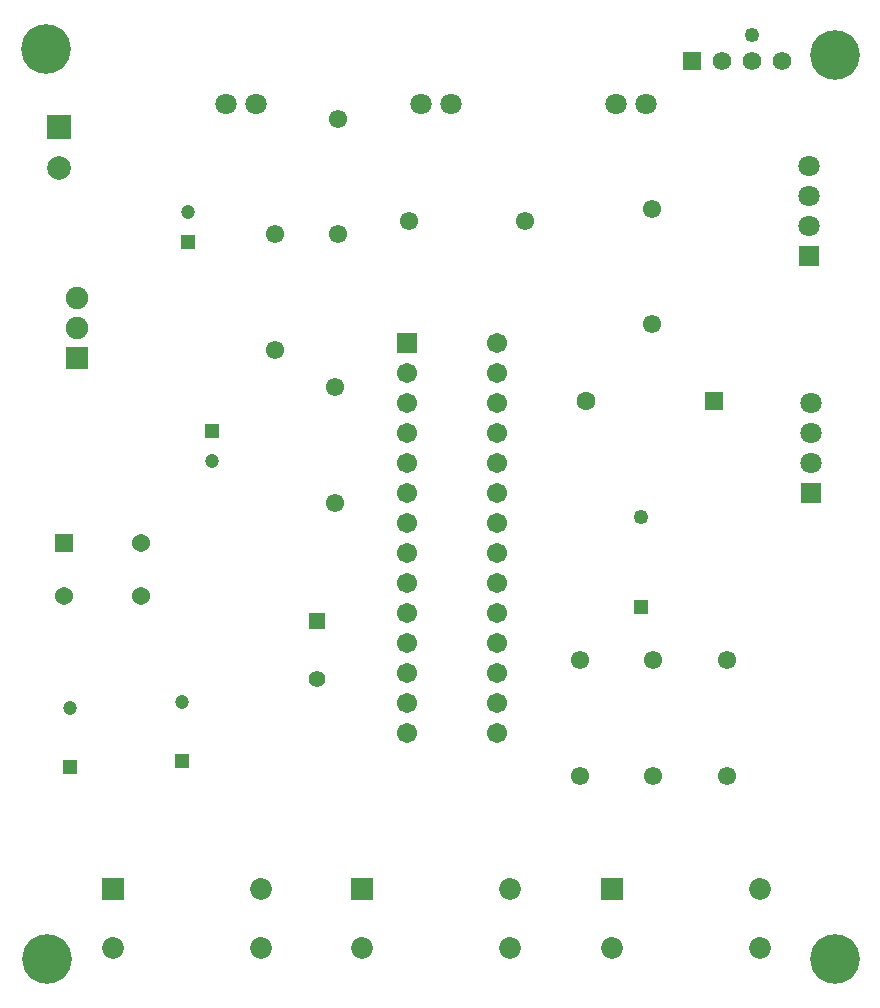
<source format=gbs>
%FSTAX23Y23*%
%MOIN*%
%SFA1B1*%

%IPPOS*%
%ADD16C,0.049210*%
%ADD17C,0.061810*%
%ADD18R,0.061810X0.061810*%
%ADD19R,0.072840X0.072840*%
%ADD20C,0.061150*%
%ADD21C,0.072840*%
%ADD22C,0.067060*%
%ADD23R,0.055240X0.055240*%
%ADD24R,0.047240X0.047240*%
%ADD25C,0.055240*%
%ADD26C,0.070990*%
%ADD27R,0.067060X0.067060*%
%ADD28R,0.070990X0.070990*%
%ADD29C,0.062990*%
%ADD30C,0.074930*%
%ADD31C,0.047240*%
%ADD32C,0.060630*%
%ADD33R,0.049210X0.049210*%
%ADD34R,0.062990X0.062990*%
%ADD35C,0.078870*%
%ADD36R,0.078870X0.078870*%
%ADD37R,0.074930X0.074930*%
%ADD38R,0.060630X0.060630*%
%ADD39C,0.165480*%
%LNclicguard-1*%
%LPD*%
G54D16*
X0478Y0419D03*
X0441Y02584D03*
G54D17*
X0488Y04105D03*
X0478D03*
X0468D03*
G54D18*
X0458Y04105D03*
G54D19*
X02648Y01343D03*
X03478D03*
X04313D03*
G54D20*
X04205Y01722D03*
X04695Y02107D03*
X0339Y03017D03*
X03637Y0357D03*
X0445Y01722D03*
X0319Y03527D03*
X04445Y03227D03*
X0339Y02632D03*
X034Y03527D03*
X0319Y03142D03*
X04205Y02107D03*
X04445Y03612D03*
X04022Y0357D03*
X0445Y02107D03*
X034Y03912D03*
X04695Y01722D03*
G54D21*
X03141Y01343D03*
X04806D03*
X03971D03*
X04806Y01146D03*
X03971D03*
X03141D03*
X02648D03*
X03478D03*
X04313D03*
G54D22*
X0363Y02165D03*
Y02865D03*
X0393Y02665D03*
X0363Y02365D03*
Y02265D03*
X0393Y02765D03*
X0363Y02965D03*
Y03065D03*
Y02765D03*
Y02665D03*
X0393Y03065D03*
Y03165D03*
Y01865D03*
X0363Y02065D03*
X0393Y02965D03*
Y02465D03*
X0363Y02565D03*
X0393Y02365D03*
Y01965D03*
Y02065D03*
Y02165D03*
Y02265D03*
Y02565D03*
Y02865D03*
X0363Y01865D03*
Y01965D03*
Y02465D03*
G54D23*
X0333Y02236D03*
G54D24*
X02505Y01751D03*
X0288Y01771D03*
X029Y03501D03*
X0298Y02869D03*
G54D25*
X0333Y02043D03*
G54D26*
X03675Y0396D03*
X04975Y02865D03*
Y02965D03*
X0497Y03655D03*
Y03755D03*
Y03555D03*
X04975Y02765D03*
X04425Y0396D03*
X04325D03*
X03125D03*
X03025D03*
X03775D03*
G54D27*
X0363Y03165D03*
G54D28*
X0497Y03455D03*
X04975Y02665D03*
G54D29*
X04225Y0297D03*
G54D30*
X0253Y03315D03*
Y03215D03*
G54D31*
X0298Y0277D03*
X029Y036D03*
X02505Y01948D03*
X0288Y01968D03*
G54D32*
X02742Y02321D03*
X02487D03*
X02742Y02498D03*
G54D33*
X0441Y02285D03*
G54D34*
X04654Y0297D03*
G54D35*
X02468Y03746D03*
G54D36*
X02468Y03883D03*
G54D37*
X0253Y03115D03*
G54D38*
X02487Y02498D03*
G54D39*
X05055Y04125D03*
X0243Y0111D03*
X05055D03*
X02425Y04145D03*
M02*
</source>
